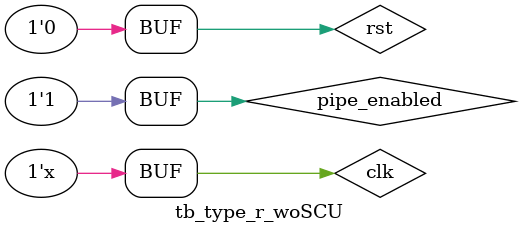
<source format=v>
`timescale 1ns / 100ps


module tb_type_r_woSCU;

reg clk;
reg rst;
reg pipe_enabled;

initial
begin
    clk = 1'b0;
    rst = 1'b0;
    pipe_enabled  = 1'b1;
    #3 rst = 1'b1;
    #5 rst = 1'b0;
end

always #1 clk = ~clk;


mips_toplevel
#(
)
u_mips
(
.clk(clk),
.sw({pipe_enabled, rst})
);
 
endmodule

</source>
